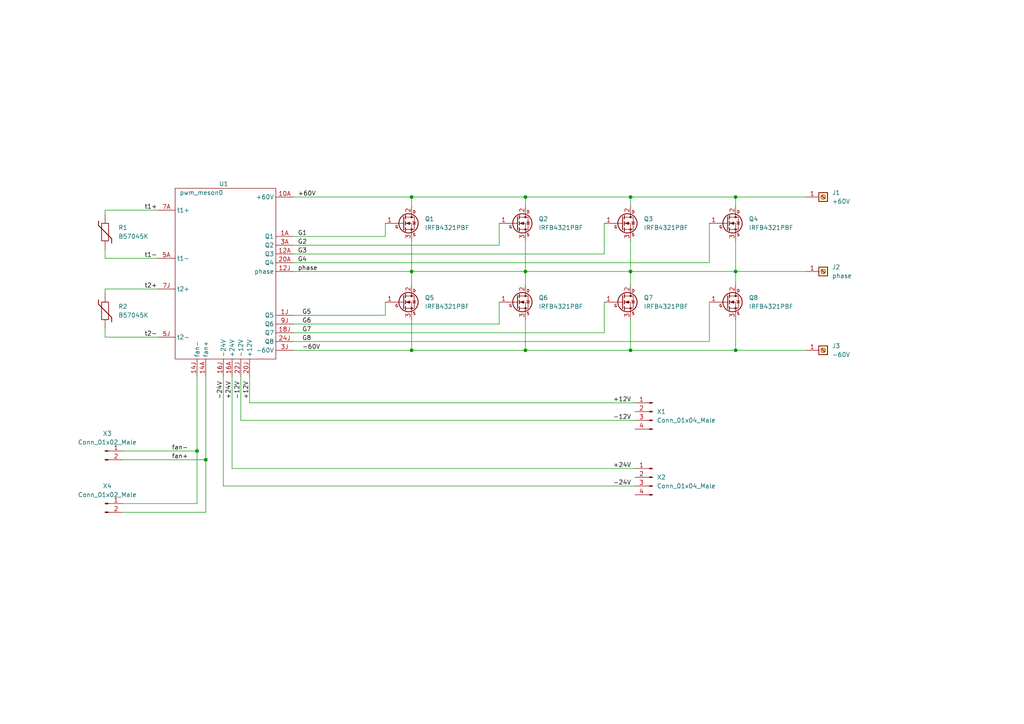
<source format=kicad_sch>
(kicad_sch (version 20211123) (generator eeschema)
  (paper "A4")
  (lib_symbols
    (symbol "Connector:Conn_01x02_Male" (pin_names (offset 1.016) hide)
      (property "Reference" "J" (at 0 2.54 0))
      (property "Value" "Conn_01x02_Male" (at 0 -5.08 0))
      (symbol "Conn_01x02_Male_1_1"
        (polyline (pts (xy 1.27 -2.54) (xy 0.8636 -2.54)) (stroke (width 0.1524)))
        (polyline (pts (xy 1.27 0) (xy 0.8636 0)) (stroke (width 0.1524)))
        (rectangle (start 0.8636 -2.413) (end 0 -2.667) (stroke (width 0.1524)) (fill (type outline)))
        (rectangle (start 0.8636 0.127) (end 0 -0.127) (stroke (width 0.1524)) (fill (type outline)))
        (pin passive line (at 5.08 0 180) (length 3.81) (name "Pin_1") (number "1"))
        (pin passive line (at 5.08 -2.54 180) (length 3.81) (name "Pin_2") (number "2"))
      )
    )
    (symbol "Connector:Conn_01x04_Male" (pin_names (offset 1.016) hide)
      (property "Reference" "J" (at 0 5.08 0))
      (property "Value" "Conn_01x04_Male" (at 0 -7.62 0))
      (symbol "Conn_01x04_Male_1_1"
        (polyline (pts (xy 1.27 -5.08) (xy 0.8636 -5.08)) (stroke (width 0.1524)))
        (polyline (pts (xy 1.27 -2.54) (xy 0.8636 -2.54)) (stroke (width 0.1524)))
        (polyline (pts (xy 1.27 0) (xy 0.8636 0)) (stroke (width 0.1524)))
        (polyline (pts (xy 1.27 2.54) (xy 0.8636 2.54)) (stroke (width 0.1524)))
        (rectangle (start 0.8636 -4.953) (end 0 -5.207) (stroke (width 0.1524)) (fill (type outline)))
        (rectangle (start 0.8636 -2.413) (end 0 -2.667) (stroke (width 0.1524)) (fill (type outline)))
        (rectangle (start 0.8636 0.127) (end 0 -0.127) (stroke (width 0.1524)) (fill (type outline)))
        (rectangle (start 0.8636 2.667) (end 0 2.413) (stroke (width 0.1524)) (fill (type outline)))
        (pin passive line (at 5.08 2.54 180) (length 3.81) (name "Pin_1") (number "1"))
        (pin passive line (at 5.08 0 180) (length 3.81) (name "Pin_2") (number "2"))
        (pin passive line (at 5.08 -2.54 180) (length 3.81) (name "Pin_3") (number "3"))
        (pin passive line (at 5.08 -5.08 180) (length 3.81) (name "Pin_4") (number "4"))
      )
    )
    (symbol "mosfet:IRFB4321PBF" (pin_names hide)
      (property "Reference" "Q?" (at 6.35 1.2701 0))
      (property "Value" "IRFB4321PBF" (at 6.35 -1.2699 0))
      (symbol "IRFB4321PBF_0_0"
        (text "D" (at 3.302 3.302 0) (effects (font (size 0.8 0.8))))
        (text "G" (at -1.778 -1.016 0) (effects (font (size 0.8 0.8))))
        (text "S" (at 3.302 -3.302 0) (effects (font (size 0.8 0.8))))
      )
      (symbol "IRFB4321PBF_0_1"
        (polyline (pts (xy 0.254 0) (xy -2.54 0)))
        (polyline (pts (xy 0.254 1.905) (xy 0.254 -1.905)) (stroke (width 0.254)))
        (polyline (pts (xy 0.762 -1.27) (xy 0.762 -2.286)) (stroke (width 0.254)))
        (polyline (pts (xy 0.762 0.508) (xy 0.762 -0.508)) (stroke (width 0.254)))
        (polyline (pts (xy 0.762 2.286) (xy 0.762 1.27)) (stroke (width 0.254)))
        (polyline (pts (xy 2.54 2.54) (xy 2.54 1.778)))
        (polyline (pts (xy 2.54 -2.54) (xy 2.54 0) (xy 0.762 0)))
        (polyline (pts (xy 0.762 -1.778) (xy 3.302 -1.778) (xy 3.302 1.778) (xy 0.762 1.778)))
        (polyline (pts (xy 1.016 0) (xy 2.032 0.381) (xy 2.032 -0.381) (xy 1.016 0)) (fill (type outline)))
        (polyline (pts (xy 2.794 0.508) (xy 2.921 0.381) (xy 3.683 0.381) (xy 3.81 0.254)))
        (polyline (pts (xy 3.302 0.381) (xy 2.921 -0.254) (xy 3.683 -0.254) (xy 3.302 0.381)))
        (circle (center 1.651 0) (radius 2.794) (stroke (width 0.254)))
        (circle (center 2.54 -1.778) (radius 0.254) (fill (type outline)))
        (circle (center 2.54 1.778) (radius 0.254) (fill (type outline)))
      )
      (symbol "IRFB4321PBF_1_1"
        (pin input line (at -5.08 0 0) (length 2.54) (name "G") (number "1"))
        (pin passive line (at 2.54 5.08 270) (length 2.54) (name "D") (number "2"))
        (pin passive line (at 2.54 -5.08 90) (length 2.54) (name "S") (number "3"))
      )
    )
    (symbol "pwm_meson:pwm_meson0"
      (property "Reference" "U1" (at -5.08 25.4 0))
      (property "Value" "pwm_meson0" (at -16.51 22.86 0))
      (symbol "pwm_meson0_0_1"
        (rectangle (start -17.78 24.13) (end 11.43 -25.4))
      )
      (symbol "pwm_meson0_1_1"
        (pin power_out line (at 16.51 21.59 180) (length 5.08) (name "+60V") (number "10A"))
        (pin output line (at 16.51 5.08 180) (length 5.08) (name "Q3") (number "12A"))
        (pin power_out line (at 16.51 0 180) (length 5.08) (name "phase") (number "12J"))
        (pin power_out line (at -8.89 -30.48 90) (length 5.08) (name "fan+") (number "14A"))
        (pin power_out line (at -11.43 -30.48 90) (length 5.08) (name "fan-") (number "14J"))
        (pin power_out line (at -1.27 -30.48 90) (length 5.08) (name "+24V") (number "16A"))
        (pin power_out line (at -3.81 -30.48 90) (length 5.08) (name "-24V") (number "16J"))
        (pin output line (at 16.51 -17.78 180) (length 5.08) (name "Q7") (number "18J"))
        (pin output line (at 16.51 10.16 180) (length 5.08) (name "Q1") (number "1A"))
        (pin output line (at 16.51 -12.7 180) (length 5.08) (name "Q5") (number "1J"))
        (pin output line (at 16.51 2.54 180) (length 5.08) (name "Q4") (number "20A"))
        (pin power_out line (at 3.81 -30.48 90) (length 5.08) (name "+12V") (number "20J"))
        (pin power_out line (at 1.27 -30.48 90) (length 5.08) (name "-12V") (number "22J"))
        (pin output line (at 16.51 -20.32 180) (length 5.08) (name "Q8") (number "24J"))
        (pin output line (at 16.51 7.62 180) (length 5.08) (name "Q2") (number "3A"))
        (pin power_out line (at 16.51 -22.86 180) (length 5.08) (name "-60V") (number "3J"))
        (pin passive line (at -22.86 3.81 0) (length 5.08) (name "t1-") (number "5A"))
        (pin passive line (at -22.86 -19.05 0) (length 5.08) (name "t2-") (number "5J"))
        (pin passive line (at -22.86 17.78 0) (length 5.08) (name "t1+") (number "7A"))
        (pin passive line (at -22.86 -5.08 0) (length 5.08) (name "t2+") (number "7J"))
        (pin output line (at 16.51 -15.24 180) (length 5.08) (name "Q6") (number "9J"))
      )
    )
    (symbol "sensor:B57045K" (pin_numbers hide) (pin_names (offset 0))
      (property "Reference" "R1" (at 3.81 1.2701 0))
      (property "Value" "B57045K" (at 3.81 -1.2699 0))
      (symbol "B57045K_0_1"
        (rectangle (start -1.016 2.54) (end 1.016 -2.54) (stroke (width 0.2032)))
        (polyline (pts (xy -1.905 3.175) (xy -1.905 1.905) (xy 1.905 -1.905) (xy 1.905 -3.175) (xy 1.905 -3.175)) (stroke (width 0.254)))
      )
      (symbol "B57045K_1_1"
        (pin passive line (at 0 5.08 270) (length 2.54) (name "~") (number "1"))
        (pin passive line (at 0 -5.08 90) (length 2.54) (name "~") (number "2"))
      )
    )
    (symbol "terminal:Screw_M4" (pin_names (offset 1.016) hide)
      (property "Reference" "J1" (at 2.54 1.2701 0))
      (property "Value" "Screw_M4" (at 2.54 -1.2699 0))
      (symbol "Screw_M4_1_1"
        (rectangle (start -1.27 1.27) (end 1.27 -1.27) (stroke (width 0.254)) (fill (type background)))
        (polyline (pts (xy -0.5334 0.3302) (xy 0.3302 -0.508)) (stroke (width 0.1524)))
        (polyline (pts (xy -0.3556 0.508) (xy 0.508 -0.3302)) (stroke (width 0.1524)))
        (circle (center 0 0) (radius 0.635) (stroke (width 0.1524)))
        (pin bidirectional line (at -5.08 0 0) (length 3.81) (name "Pin_1") (number "1"))
      )
    )
  )
  (junction (at 57.15 130.81))
  (junction (at 152.4 78.74))
  (junction (at 59.69 133.35))
  (junction (at 182.88 57.15))
  (junction (at 119.38 101.6))
  (junction (at 152.4 57.15))
  (junction (at 213.36 57.15))
  (junction (at 152.4 101.6))
  (junction (at 213.36 78.74))
  (junction (at 182.88 78.74))
  (junction (at 213.36 101.6))
  (junction (at 119.38 78.74))
  (junction (at 182.88 101.6))
  (junction (at 119.38 57.15))
  (wire (pts (xy 30.48 62.23) (xy 30.48 60.96)))
  (wire (pts (xy 30.48 97.79) (xy 45.72 97.79)))
  (wire (pts (xy 205.74 64.77) (xy 205.74 76.2)))
  (wire (pts (xy 59.69 133.35) (xy 59.69 148.59)))
  (wire (pts (xy 67.31 109.22) (xy 67.31 135.89)))
  (wire (pts (xy 30.48 74.93) (xy 45.72 74.93)))
  (wire (pts (xy 144.78 64.77) (xy 144.78 71.12)))
  (wire (pts (xy 213.36 57.15) (xy 233.68 57.15)))
  (wire (pts (xy 152.4 92.71) (xy 152.4 101.6)))
  (wire (pts (xy 213.36 101.6) (xy 213.36 92.71)))
  (wire (pts (xy 111.76 68.58) (xy 85.09 68.58)))
  (wire (pts (xy 85.09 57.15) (xy 119.38 57.15)))
  (wire (pts (xy 30.48 83.82) (xy 45.72 83.82)))
  (wire (pts (xy 30.48 85.09) (xy 30.48 83.82)))
  (wire (pts (xy 152.4 101.6) (xy 182.88 101.6)))
  (wire (pts (xy 152.4 78.74) (xy 182.88 78.74)))
  (wire (pts (xy 59.69 109.22) (xy 59.69 133.35)))
  (wire (pts (xy 175.26 64.77) (xy 175.26 73.66)))
  (wire (pts (xy 175.26 87.63) (xy 175.26 96.52)))
  (wire (pts (xy 35.56 130.81) (xy 57.15 130.81)))
  (wire (pts (xy 85.09 101.6) (xy 119.38 101.6)))
  (wire (pts (xy 64.77 109.22) (xy 64.77 140.97)))
  (wire (pts (xy 182.88 57.15) (xy 182.88 59.69)))
  (wire (pts (xy 72.39 116.84) (xy 184.15 116.84)))
  (wire (pts (xy 57.15 146.05) (xy 35.56 146.05)))
  (wire (pts (xy 182.88 78.74) (xy 182.88 82.55)))
  (wire (pts (xy 119.38 92.71) (xy 119.38 101.6)))
  (wire (pts (xy 182.88 101.6) (xy 213.36 101.6)))
  (wire (pts (xy 152.4 69.85) (xy 152.4 78.74)))
  (wire (pts (xy 182.88 57.15) (xy 213.36 57.15)))
  (wire (pts (xy 119.38 69.85) (xy 119.38 78.74)))
  (wire (pts (xy 57.15 109.22) (xy 57.15 130.81)))
  (wire (pts (xy 213.36 101.6) (xy 233.68 101.6)))
  (wire (pts (xy 59.69 148.59) (xy 35.56 148.59)))
  (wire (pts (xy 85.09 96.52) (xy 175.26 96.52)))
  (wire (pts (xy 152.4 57.15) (xy 182.88 57.15)))
  (wire (pts (xy 205.74 87.63) (xy 205.74 99.06)))
  (wire (pts (xy 111.76 87.63) (xy 111.76 91.44)))
  (wire (pts (xy 69.85 109.22) (xy 69.85 121.92)))
  (wire (pts (xy 184.15 140.97) (xy 64.77 140.97)))
  (wire (pts (xy 213.36 69.85) (xy 213.36 78.74)))
  (wire (pts (xy 182.88 92.71) (xy 182.88 101.6)))
  (wire (pts (xy 144.78 87.63) (xy 144.78 93.98)))
  (wire (pts (xy 119.38 101.6) (xy 152.4 101.6)))
  (wire (pts (xy 85.09 93.98) (xy 144.78 93.98)))
  (wire (pts (xy 152.4 57.15) (xy 152.4 59.69)))
  (wire (pts (xy 119.38 78.74) (xy 152.4 78.74)))
  (wire (pts (xy 213.36 78.74) (xy 233.68 78.74)))
  (wire (pts (xy 35.56 133.35) (xy 59.69 133.35)))
  (wire (pts (xy 144.78 71.12) (xy 85.09 71.12)))
  (wire (pts (xy 85.09 99.06) (xy 205.74 99.06)))
  (wire (pts (xy 119.38 59.69) (xy 119.38 57.15)))
  (wire (pts (xy 182.88 69.85) (xy 182.88 78.74)))
  (wire (pts (xy 72.39 109.22) (xy 72.39 116.84)))
  (wire (pts (xy 184.15 135.89) (xy 67.31 135.89)))
  (wire (pts (xy 182.88 78.74) (xy 213.36 78.74)))
  (wire (pts (xy 57.15 130.81) (xy 57.15 146.05)))
  (wire (pts (xy 30.48 95.25) (xy 30.48 97.79)))
  (wire (pts (xy 152.4 78.74) (xy 152.4 82.55)))
  (wire (pts (xy 213.36 78.74) (xy 213.36 82.55)))
  (wire (pts (xy 111.76 64.77) (xy 111.76 68.58)))
  (wire (pts (xy 184.15 121.92) (xy 69.85 121.92)))
  (wire (pts (xy 85.09 91.44) (xy 111.76 91.44)))
  (wire (pts (xy 85.09 78.74) (xy 119.38 78.74)))
  (wire (pts (xy 119.38 78.74) (xy 119.38 82.55)))
  (wire (pts (xy 30.48 72.39) (xy 30.48 74.93)))
  (wire (pts (xy 85.09 76.2) (xy 205.74 76.2)))
  (wire (pts (xy 119.38 57.15) (xy 152.4 57.15)))
  (wire (pts (xy 175.26 73.66) (xy 85.09 73.66)))
  (wire (pts (xy 213.36 57.15) (xy 213.36 59.69)))
  (wire (pts (xy 30.48 60.96) (xy 45.72 60.96)))
  (label "-24V" (at 177.8 140.97 0))
  (label "-24V" (at 64.77 110.49 270))
  (label "G3" (at 86.36 73.66 0))
  (label "-12V" (at 69.85 110.49 270))
  (label "+24V" (at 67.31 110.49 270))
  (label "fan-" (at 54.61 130.81 180))
  (label "G1" (at 86.36 68.58 0))
  (label "-60V" (at 87.63 101.6 0))
  (label "t2+" (at 41.91 83.82 0))
  (label "G7" (at 87.63 96.52 0))
  (label "G2" (at 86.36 71.12 0))
  (label "+12V" (at 177.8 116.84 0))
  (label "+12V" (at 72.39 110.49 270))
  (label "fan+" (at 54.61 133.35 180))
  (label "G4" (at 86.36 76.2 0))
  (label "-12V" (at 177.8 121.92 0))
  (label "phase" (at 86.36 78.74 0))
  (label "G6" (at 87.63 93.98 0))
  (label "t1-" (at 41.91 74.93 0))
  (label "t2-" (at 41.91 97.79 0))
  (label "+24V" (at 177.8 135.89 0))
  (label "t1+" (at 41.91 60.96 0))
  (label "G8" (at 87.63 99.06 0))
  (label "G5" (at 87.63 91.44 0))
  (label "+60V" (at 86.36 57.15 0))
  (symbol (lib_id "terminal:Screw_M4") (at 238.76 78.74 0) (unit 1)
    (property "Reference" "J2" (at 241.3 77.4699 0) (effects (justify left)))
    (property "Value" "phase" (at 241.3 80.0099 0) (effects (justify left)))
    (property "Footprint" "terminal:screw_M4" (effects hide))
  )
  (symbol (lib_id "terminal:Screw_M4") (at 238.76 57.15 0) (unit 1)
    (property "Reference" "J1" (at 241.3 55.8799 0) (effects (justify left)))
    (property "Value" "+60V" (at 241.3 58.4199 0) (effects (justify left)))
    (property "Footprint" "terminal:screw_M4" (effects hide))
  )
  (symbol (lib_id "mosfet:IRFB4321PBF") (at 116.84 87.63 0) (unit 1)
    (property "Reference" "Q5" (at 123.19 86.3599 0) (effects (justify left)))
    (property "Value" "IRFB4321PBF" (at 123.19 88.8999 0) (effects (justify left)))
    (property "Footprint" "mosfet:TO-220AB_m" (effects hide))
    (property "Datasheet" "https://static.chipdip.ru/lib/631/DOC012631536.pdf" (effects hide))
  )
  (symbol (lib_id "mosfet:IRFB4321PBF") (at 116.84 64.77 0) (unit 1)
    (property "Reference" "Q1" (at 123.19 63.4999 0) (effects (justify left)))
    (property "Value" "IRFB4321PBF" (at 123.19 66.0399 0) (effects (justify left)))
    (property "Footprint" "mosfet:TO-220AB" (effects hide))
    (property "Datasheet" "https://static.chipdip.ru/lib/631/DOC012631536.pdf" (effects hide))
  )
  (symbol (lib_id "Connector:Conn_01x04_Male") (at 189.23 138.43 0) (mirror y) (unit 1)
    (property "Reference" "X2" (at 190.5 138.4299 0) (effects (justify right)))
    (property "Value" "Conn_01x04_Male" (at 190.5 140.9699 0) (effects (justify right)))
    (property "Footprint" "terminal:PLS-4" (effects hide))
  )
  (symbol (lib_id "Connector:Conn_01x02_Male") (at 30.48 146.05 0) (unit 1)
    (property "Reference" "X4" (at 31.115 140.97 0))
    (property "Value" "Conn_01x02_Male" (at 31.115 143.51 0))
    (property "Footprint" "terminal:CWF-2" (effects hide))
  )
  (symbol (lib_id "pwm_meson:pwm_meson0") (at 68.58 78.74 0) (unit 1)
    (property "Reference" "U1" (at 63.5 53.34 0) (effects (justify left)))
    (property "Value" "pwm_meson0" (at 52.07 55.88 0) (effects (justify left)))
    (property "Footprint" "pwm_meson:pwm_meson0" (effects hide))
  )
  (symbol (lib_id "mosfet:IRFB4321PBF") (at 149.86 64.77 0) (unit 1)
    (property "Reference" "Q2" (at 156.21 63.4999 0) (effects (justify left)))
    (property "Value" "IRFB4321PBF" (at 156.21 66.0399 0) (effects (justify left)))
    (property "Footprint" "mosfet:TO-220AB" (effects hide))
    (property "Datasheet" "https://static.chipdip.ru/lib/631/DOC012631536.pdf" (effects hide))
  )
  (symbol (lib_id "mosfet:IRFB4321PBF") (at 180.34 87.63 0) (unit 1)
    (property "Reference" "Q7" (at 186.69 86.3599 0) (effects (justify left)))
    (property "Value" "IRFB4321PBF" (at 186.69 88.8999 0) (effects (justify left)))
    (property "Footprint" "mosfet:TO-220AB_m" (effects hide))
    (property "Datasheet" "https://static.chipdip.ru/lib/631/DOC012631536.pdf" (effects hide))
  )
  (symbol (lib_id "mosfet:IRFB4321PBF") (at 210.82 87.63 0) (unit 1)
    (property "Reference" "Q8" (at 217.17 86.3599 0) (effects (justify left)))
    (property "Value" "IRFB4321PBF" (at 217.17 88.8999 0) (effects (justify left)))
    (property "Footprint" "mosfet:TO-220AB_m" (effects hide))
    (property "Datasheet" "https://static.chipdip.ru/lib/631/DOC012631536.pdf" (effects hide))
  )
  (symbol (lib_id "Connector:Conn_01x02_Male") (at 30.48 130.81 0) (unit 1)
    (property "Reference" "X3" (at 31.115 125.73 0))
    (property "Value" "Conn_01x02_Male" (at 31.115 128.27 0))
    (property "Footprint" "terminal:CWF-2" (effects hide))
  )
  (symbol (lib_id "mosfet:IRFB4321PBF") (at 180.34 64.77 0) (unit 1)
    (property "Reference" "Q3" (at 186.69 63.4999 0) (effects (justify left)))
    (property "Value" "IRFB4321PBF" (at 186.69 66.0399 0) (effects (justify left)))
    (property "Footprint" "mosfet:TO-220AB" (effects hide))
    (property "Datasheet" "https://static.chipdip.ru/lib/631/DOC012631536.pdf" (effects hide))
  )
  (symbol (lib_id "Connector:Conn_01x04_Male") (at 189.23 119.38 0) (mirror y) (unit 1)
    (property "Reference" "X1" (at 190.5 119.3799 0) (effects (justify right)))
    (property "Value" "Conn_01x04_Male" (at 190.5 121.9199 0) (effects (justify right)))
    (property "Footprint" "terminal:PLS-4" (effects hide))
  )
  (symbol (lib_id "terminal:Screw_M4") (at 238.76 101.6 0) (unit 1)
    (property "Reference" "J3" (at 241.3 100.3299 0) (effects (justify left)))
    (property "Value" "-60V" (at 241.3 102.8699 0) (effects (justify left)))
    (property "Footprint" "terminal:screw_M4" (effects hide))
  )
  (symbol (lib_id "mosfet:IRFB4321PBF") (at 149.86 87.63 0) (unit 1)
    (property "Reference" "Q6" (at 156.21 86.3599 0) (effects (justify left)))
    (property "Value" "IRFB4321PBF" (at 156.21 88.8999 0) (effects (justify left)))
    (property "Footprint" "mosfet:TO-220AB_m" (effects hide))
    (property "Datasheet" "https://static.chipdip.ru/lib/631/DOC012631536.pdf" (effects hide))
  )
  (symbol (lib_id "mosfet:IRFB4321PBF") (at 210.82 64.77 0) (unit 1)
    (property "Reference" "Q4" (at 217.17 63.4999 0) (effects (justify left)))
    (property "Value" "IRFB4321PBF" (at 217.17 66.0399 0) (effects (justify left)))
    (property "Footprint" "mosfet:TO-220AB" (effects hide))
    (property "Datasheet" "https://static.chipdip.ru/lib/631/DOC012631536.pdf" (effects hide))
  )
  (symbol (lib_id "sensor:B57045K") (at 30.48 90.17 0) (unit 1)
    (property "Reference" "R2" (at 34.29 88.8999 0) (effects (justify left)))
    (property "Value" "B57045K" (at 34.29 91.4399 0) (effects (justify left)))
    (property "Footprint" "Resistor_THT:R_Axial_DIN0411_L9.9mm_D3.6mm_P7.62mm_Vertical" (effects hide))
  )
  (symbol (lib_id "sensor:B57045K") (at 30.48 67.31 0) (unit 1)
    (property "Reference" "R1" (at 34.29 66.0399 0) (effects (justify left)))
    (property "Value" "B57045K" (at 34.29 68.5799 0) (effects (justify left)))
    (property "Footprint" "Resistor_THT:R_Axial_DIN0411_L9.9mm_D3.6mm_P7.62mm_Vertical" (effects hide))
  )
)
</source>
